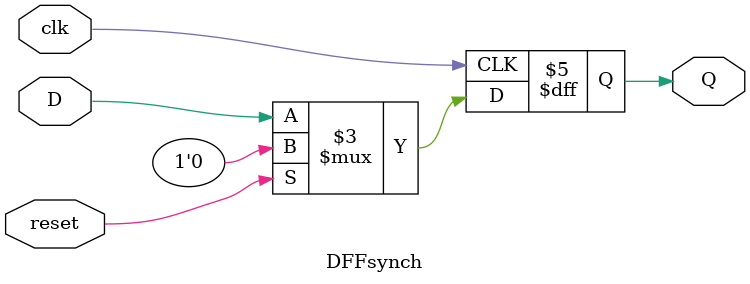
<source format=v>
module DFFsynch(input D, clk, reset, output reg Q);
always @(posedge clk) begin
if(reset)
Q<=0;
else
Q<=D;
end
endmodule

</source>
